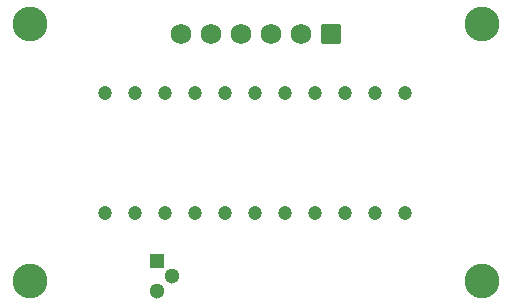
<source format=gbs>
G04 #@! TF.GenerationSoftware,KiCad,Pcbnew,(6.0.7)*
G04 #@! TF.CreationDate,2023-04-22T03:18:15-05:00*
G04 #@! TF.ProjectId,CCD_Board,4343445f-426f-4617-9264-2e6b69636164,rev?*
G04 #@! TF.SameCoordinates,Original*
G04 #@! TF.FileFunction,Soldermask,Bot*
G04 #@! TF.FilePolarity,Negative*
%FSLAX46Y46*%
G04 Gerber Fmt 4.6, Leading zero omitted, Abs format (unit mm)*
G04 Created by KiCad (PCBNEW (6.0.7)) date 2023-04-22 03:18:15*
%MOMM*%
%LPD*%
G01*
G04 APERTURE LIST*
G04 Aperture macros list*
%AMRoundRect*
0 Rectangle with rounded corners*
0 $1 Rounding radius*
0 $2 $3 $4 $5 $6 $7 $8 $9 X,Y pos of 4 corners*
0 Add a 4 corners polygon primitive as box body*
4,1,4,$2,$3,$4,$5,$6,$7,$8,$9,$2,$3,0*
0 Add four circle primitives for the rounded corners*
1,1,$1+$1,$2,$3*
1,1,$1+$1,$4,$5*
1,1,$1+$1,$6,$7*
1,1,$1+$1,$8,$9*
0 Add four rect primitives between the rounded corners*
20,1,$1+$1,$2,$3,$4,$5,0*
20,1,$1+$1,$4,$5,$6,$7,0*
20,1,$1+$1,$6,$7,$8,$9,0*
20,1,$1+$1,$8,$9,$2,$3,0*%
G04 Aperture macros list end*
%ADD10C,2.946400*%
%ADD11R,1.300000X1.300000*%
%ADD12C,1.300000*%
%ADD13RoundRect,0.250000X0.620000X0.620000X-0.620000X0.620000X-0.620000X-0.620000X0.620000X-0.620000X0*%
%ADD14C,1.740000*%
%ADD15C,1.200000*%
G04 APERTURE END LIST*
D10*
X89452580Y-75647420D03*
D11*
X100224000Y-73914000D03*
D12*
X101494000Y-75184000D03*
X100224000Y-76454000D03*
D10*
X89452580Y-53892580D03*
X127717420Y-53892580D03*
X127717420Y-75647420D03*
D13*
X114935000Y-54725000D03*
D14*
X112395000Y-54725000D03*
X109855000Y-54725000D03*
X107315000Y-54725000D03*
X104775000Y-54725000D03*
X102235000Y-54725000D03*
D15*
X95857000Y-59690000D03*
X98397000Y-59690000D03*
X100937000Y-59690000D03*
X103477000Y-59690000D03*
X106017000Y-59690000D03*
X108557000Y-59690000D03*
X111097000Y-59690000D03*
X113637000Y-59690000D03*
X116177000Y-59690000D03*
X118717000Y-59690000D03*
X121257000Y-59690000D03*
X121257000Y-69850000D03*
X118717000Y-69850000D03*
X116177000Y-69850000D03*
X113637000Y-69850000D03*
X111097000Y-69850000D03*
X108557000Y-69850000D03*
X106017000Y-69850000D03*
X103477000Y-69850000D03*
X100937000Y-69850000D03*
X98397000Y-69850000D03*
X95857000Y-69850000D03*
M02*

</source>
